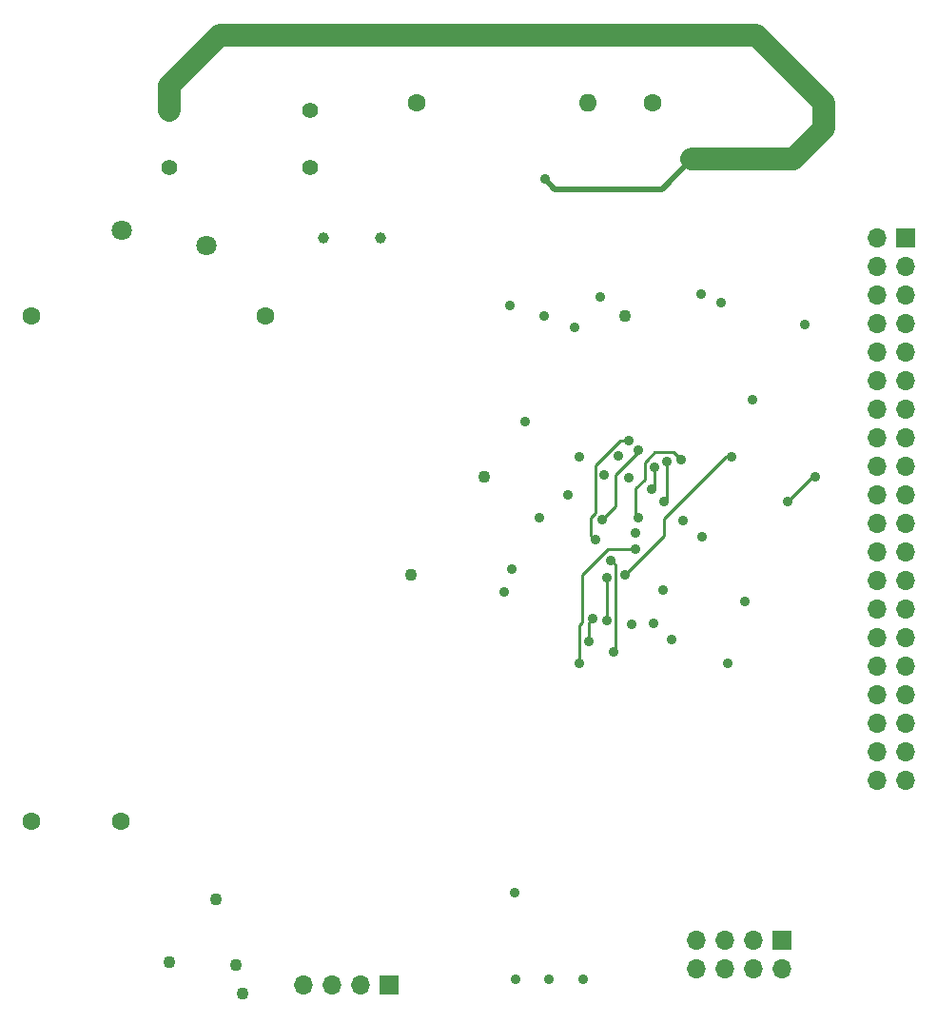
<source format=gbr>
G04 #@! TF.FileFunction,Copper,L4,Bot,Signal*
%FSLAX46Y46*%
G04 Gerber Fmt 4.6, Leading zero omitted, Abs format (unit mm)*
G04 Created by KiCad (PCBNEW 4.0.7) date Thu May 31 06:07:41 2018*
%MOMM*%
%LPD*%
G01*
G04 APERTURE LIST*
%ADD10C,0.100000*%
%ADD11C,1.800000*%
%ADD12C,1.000000*%
%ADD13C,1.400000*%
%ADD14R,1.700000X1.700000*%
%ADD15O,1.700000X1.700000*%
%ADD16C,1.600000*%
%ADD17O,1.600000X1.600000*%
%ADD18C,0.900000*%
%ADD19C,1.100000*%
%ADD20C,0.500000*%
%ADD21C,2.000000*%
%ADD22C,0.254000*%
G04 APERTURE END LIST*
D10*
D11*
X115750000Y-89250000D03*
X108250000Y-87850000D03*
D12*
X131290000Y-88500000D03*
X126210000Y-88500000D03*
D13*
X125000000Y-82290000D03*
X125000000Y-77210000D03*
X112500000Y-82290000D03*
X112500000Y-77210000D03*
D14*
X132000000Y-155000000D03*
D15*
X129460000Y-155000000D03*
X126920000Y-155000000D03*
X124380000Y-155000000D03*
D16*
X155500000Y-76500000D03*
D17*
X170740000Y-76500000D03*
D16*
X134500000Y-76500000D03*
D17*
X149740000Y-76500000D03*
D14*
X167000000Y-151000000D03*
D15*
X167000000Y-153540000D03*
X164460000Y-151000000D03*
X164460000Y-153540000D03*
X161920000Y-151000000D03*
X161920000Y-153540000D03*
X159380000Y-151000000D03*
X159380000Y-153540000D03*
D14*
X178000000Y-88500000D03*
D15*
X175460000Y-88500000D03*
X178000000Y-91040000D03*
X175460000Y-91040000D03*
X178000000Y-93580000D03*
X175460000Y-93580000D03*
X178000000Y-96120000D03*
X175460000Y-96120000D03*
X178000000Y-98660000D03*
X175460000Y-98660000D03*
X178000000Y-101200000D03*
X175460000Y-101200000D03*
X178000000Y-103740000D03*
X175460000Y-103740000D03*
X178000000Y-106280000D03*
X175460000Y-106280000D03*
X178000000Y-108820000D03*
X175460000Y-108820000D03*
X178000000Y-111360000D03*
X175460000Y-111360000D03*
X178000000Y-113900000D03*
X175460000Y-113900000D03*
X178000000Y-116440000D03*
X175460000Y-116440000D03*
X178000000Y-118980000D03*
X175460000Y-118980000D03*
X178000000Y-121520000D03*
X175460000Y-121520000D03*
X178000000Y-124060000D03*
X175460000Y-124060000D03*
X178000000Y-126600000D03*
X175460000Y-126600000D03*
X178000000Y-129140000D03*
X175460000Y-129140000D03*
X178000000Y-131680000D03*
X175460000Y-131680000D03*
X178000000Y-134220000D03*
X175460000Y-134220000D03*
X178000000Y-136760000D03*
X175460000Y-136760000D03*
D16*
X108200000Y-140450000D03*
X100200000Y-140450000D03*
X121000000Y-95450000D03*
X100200000Y-95450000D03*
D18*
X145900000Y-83300000D03*
D19*
X159000000Y-81500000D03*
X119000000Y-155750000D03*
D18*
X142830000Y-94510000D03*
X145830000Y-95510000D03*
X148580000Y-96510000D03*
X150830000Y-93760000D03*
X169080000Y-96260000D03*
X161580000Y-94260000D03*
X159830000Y-93510000D03*
D19*
X116600000Y-147400000D03*
D18*
X149000000Y-108000000D03*
X154000000Y-114800000D03*
X142250000Y-120000000D03*
X163670000Y-120890000D03*
X162170000Y-126390000D03*
X143300000Y-154500000D03*
X149300000Y-154500000D03*
X146300000Y-154500000D03*
X145420000Y-113390000D03*
X152420000Y-107890000D03*
X144170000Y-104890000D03*
X159920000Y-115140000D03*
X153670000Y-122890000D03*
X157200000Y-124300000D03*
X164400000Y-102900000D03*
X155600000Y-122800000D03*
X143000000Y-118000000D03*
X156420000Y-119890000D03*
X153420000Y-109890000D03*
X147920000Y-111390000D03*
X158170000Y-113640000D03*
D19*
X112500000Y-153000000D03*
X118400000Y-153200000D03*
X140500000Y-109750000D03*
X134000000Y-118500000D03*
X153080000Y-95510000D03*
D18*
X143250000Y-146750000D03*
X153400000Y-106600000D03*
X150400000Y-115400000D03*
X152000000Y-125400000D03*
X151800000Y-117200000D03*
X151400000Y-118800000D03*
X151400000Y-122600000D03*
X149800000Y-124400000D03*
X150200000Y-122400000D03*
X151170000Y-109640000D03*
X170000000Y-109750000D03*
X167500000Y-112000000D03*
X149000000Y-126400000D03*
X154000000Y-116250000D03*
X162500000Y-108000000D03*
X153000000Y-118500000D03*
X154200000Y-113400000D03*
X158000000Y-108250000D03*
X156800000Y-108400000D03*
X156500000Y-112000000D03*
X155400000Y-110900000D03*
X155700000Y-108900000D03*
X154200000Y-107400000D03*
X151000000Y-113600000D03*
D20*
X156300000Y-84200000D02*
X159000000Y-81500000D01*
X146800000Y-84200000D02*
X156300000Y-84200000D01*
X145900000Y-83300000D02*
X146800000Y-84200000D01*
D21*
X170740000Y-76500000D02*
X170740000Y-78760000D01*
X170740000Y-78760000D02*
X168000000Y-81500000D01*
X168000000Y-81500000D02*
X159000000Y-81500000D01*
X112500000Y-77210000D02*
X112500000Y-75000000D01*
X164740000Y-70500000D02*
X170740000Y-76500000D01*
X117000000Y-70500000D02*
X164740000Y-70500000D01*
X112500000Y-75000000D02*
X117000000Y-70500000D01*
D22*
X150400000Y-115400000D02*
X150000000Y-115000000D01*
X150400000Y-108800000D02*
X152600000Y-106600000D01*
X150400000Y-113000000D02*
X150400000Y-108800000D01*
X150000000Y-113400000D02*
X150400000Y-113000000D01*
X150000000Y-115000000D02*
X150000000Y-113400000D01*
X152600000Y-106600000D02*
X153400000Y-106600000D01*
X152200000Y-125200000D02*
X152000000Y-125400000D01*
X152200000Y-117600000D02*
X152200000Y-125200000D01*
X151800000Y-117200000D02*
X152200000Y-117600000D01*
X151400000Y-118800000D02*
X151400000Y-121400000D01*
X151400000Y-121400000D02*
X151400000Y-122600000D01*
X149800000Y-122800000D02*
X149800000Y-124400000D01*
X150200000Y-122400000D02*
X149800000Y-122800000D01*
X167500000Y-112000000D02*
X169750000Y-109750000D01*
X169750000Y-109750000D02*
X170000000Y-109750000D01*
X149000000Y-124800000D02*
X149000000Y-123000000D01*
X149000000Y-123000000D02*
X149250000Y-122750000D01*
X149000000Y-126400000D02*
X149000000Y-124800000D01*
X149250000Y-122750000D02*
X149250000Y-122400000D01*
X154000000Y-116250000D02*
X151550000Y-116250000D01*
X151550000Y-116250000D02*
X149250000Y-118550000D01*
X149250000Y-118550000D02*
X149250000Y-122400000D01*
X162000000Y-108000000D02*
X162500000Y-108000000D01*
X156500000Y-113500000D02*
X162000000Y-108000000D01*
X156500000Y-115000000D02*
X156500000Y-113500000D01*
X153000000Y-118500000D02*
X156500000Y-115000000D01*
X154000000Y-110800000D02*
X154800000Y-110000000D01*
X154000000Y-113200000D02*
X154000000Y-110800000D01*
X154200000Y-113400000D02*
X154000000Y-113200000D01*
X154800000Y-110000000D02*
X154800000Y-108500000D01*
X154800000Y-108500000D02*
X155050000Y-108250000D01*
X155050000Y-108250000D02*
X155700000Y-107600000D01*
X155700000Y-107600000D02*
X157350000Y-107600000D01*
X157350000Y-107600000D02*
X158000000Y-108250000D01*
X156800000Y-111700000D02*
X156800000Y-108400000D01*
X156500000Y-112000000D02*
X156800000Y-111700000D01*
X155700000Y-110600000D02*
X155700000Y-108900000D01*
X155400000Y-110900000D02*
X155700000Y-110600000D01*
X152200000Y-109600000D02*
X154200000Y-107600000D01*
X154200000Y-107600000D02*
X154200000Y-107400000D01*
X151000000Y-113600000D02*
X152200000Y-112400000D01*
X152200000Y-112400000D02*
X152200000Y-109600000D01*
M02*

</source>
